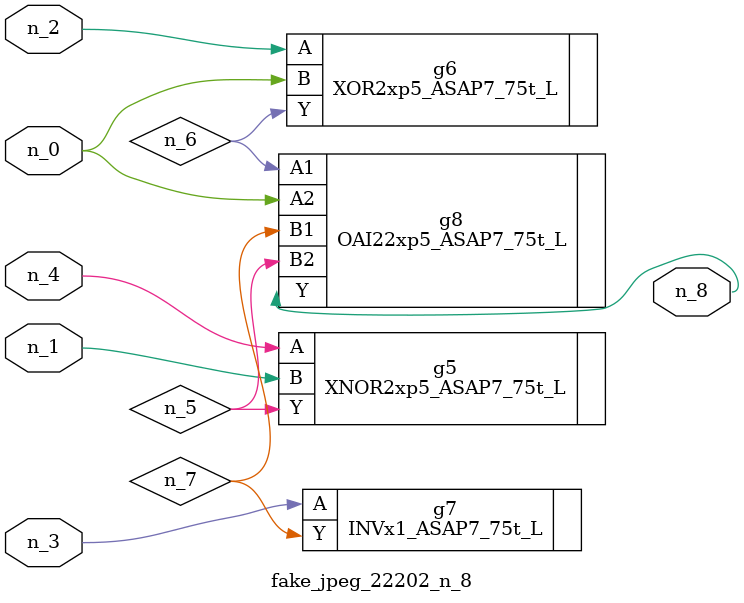
<source format=v>
module fake_jpeg_22202_n_8 (n_3, n_2, n_1, n_0, n_4, n_8);

input n_3;
input n_2;
input n_1;
input n_0;
input n_4;

output n_8;

wire n_6;
wire n_5;
wire n_7;

XNOR2xp5_ASAP7_75t_L g5 ( 
.A(n_4),
.B(n_1),
.Y(n_5)
);

XOR2xp5_ASAP7_75t_L g6 ( 
.A(n_2),
.B(n_0),
.Y(n_6)
);

INVx1_ASAP7_75t_L g7 ( 
.A(n_3),
.Y(n_7)
);

OAI22xp5_ASAP7_75t_L g8 ( 
.A1(n_6),
.A2(n_0),
.B1(n_7),
.B2(n_5),
.Y(n_8)
);


endmodule
</source>
